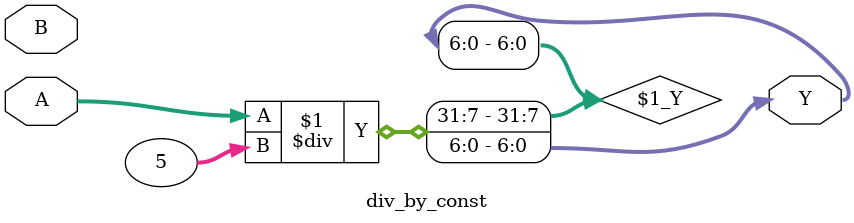
<source format=v>
module div_by_const (A, B, Y);
    
    parameter A_SIGNED = 0;
    parameter B_SIGNED = 0;
    parameter A_WIDTH = 4;
    parameter B_WIDTH = 4;
    parameter Y_WIDTH = 7;
    
    input [A_WIDTH-1:0] A;
    input [B_WIDTH-1:0] B;
    output [Y_WIDTH-1:0] Y;
    
    generate
        if (A_SIGNED && B_SIGNED) begin:BLOCK1
            assign Y = $signed(A) / $signed(B);
        end else begin:BLOCK2
            assign Y = A / 5;
        end
    endgenerate
    
endmodule


</source>
